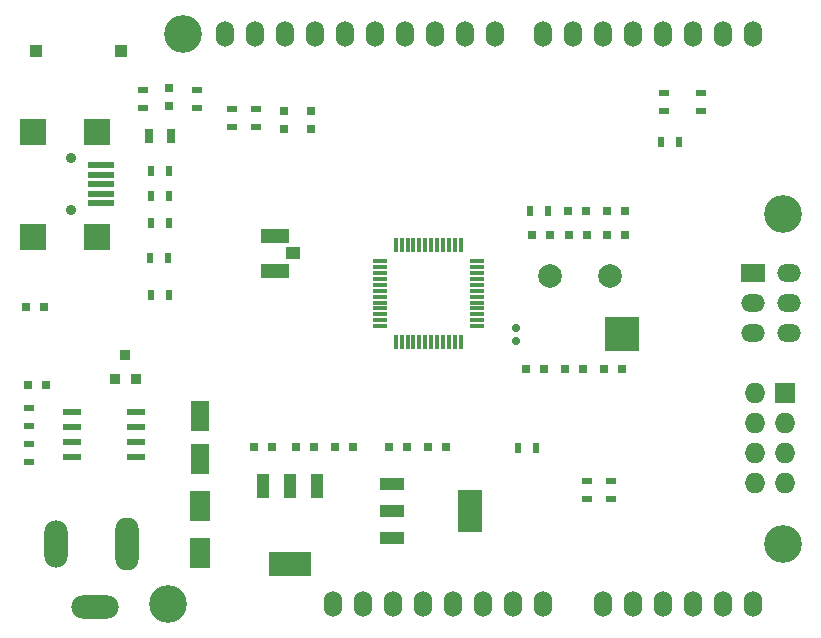
<source format=gbr>
G04 CAM350 V9.5.1 (Build 211) Date:  Fri May 13 20:41:24 2016 *
G04 Database: (Untitled) *
G04 Layer 6: STM32duino-F_Ma *
%FSLAX46Y46*%
%MOMM*%
%SFA1.000B1.000*%

%MIA0B0*%
%IPPOS*%
%ADD11O,1.52400X2.19964*%
%ADD12O,1.52400X2.19710*%
%ADD13O,4.00050X1.99898*%
%ADD14O,1.99898X4.00050*%
%ADD15O,1.99898X4.50088*%
%ADD16C,1.99898*%
%ADD17C,0.70000*%
%ADD18R,1.99898X1.52400*%
%ADD19O,1.99898X1.52400*%
%ADD71C,3.19786*%
%ADD20R,1.72720X1.72720*%
%ADD21O,1.72720X1.72720*%
%ADD26C,0.89916*%
%ADD29R,0.80000X0.75000*%
%ADD72R,0.75000X0.80000*%
%ADD73R,1.80086X2.49936*%
%ADD30R,0.79756X0.79756*%
%ADD31R,0.50000X0.90000*%
%ADD32R,0.91440X0.91440*%
%ADD33R,0.90000X0.50000*%
%ADD34R,1.00076X1.00076*%
%ADD35R,3.65760X2.03200*%
%ADD36R,1.01600X2.03200*%
%ADD37R,2.03200X3.65760*%
%ADD38R,2.03200X1.01600*%
%ADD39R,1.30048X0.29972*%
%ADD40R,0.29972X1.30048*%
%ADD43R,1.55000X0.60000*%
%ADD44R,3.00000X3.00000*%
%ADD45R,1.60020X2.60096*%
%ADD46R,0.70000X1.30000*%
%ADD47R,2.19710X2.19710*%
%ADD48R,2.19710X0.49784*%
%ADD49R,2.34000X1.19000*%
%ADD50R,1.19000X1.14000*%
%LNSTM32duino-F_Ma*%
%LPD*%
G54D11*
X143421100Y-129133600D03*
X145961100D03*
X148501100D03*
X151041100D03*
X153581100D03*
X156121100D03*
X158661100D03*
X161201100D03*
X166281100D03*
X168821100D03*
X171361100D03*
X173901100D03*
X176441100D03*
X178981100D03*
G54D71*
X129451100D03*
X181521100Y-124053600D03*
G54D12*
X178981100Y-80873600D03*
X176441100D03*
X173901100D03*
X171361100D03*
X168821100D03*
X166281100D03*
X163741100D03*
X161201100D03*
X157137100D03*
X154597100D03*
X152057100D03*
X149517100D03*
X146977100D03*
X144437100D03*
X141897100D03*
X139359640D03*
G54D71*
X130721100D03*
G54D12*
X136817100D03*
X134277100D03*
G54D71*
X181521100Y-96113600D03*
G54D29*
X166636000Y-95885000D03*
X168136000D03*
X159778000Y-109220000D03*
X161278000D03*
X164834000Y-95885000D03*
X163334000D03*
G54D72*
X139319000Y-87388000D03*
Y-88888000D03*
X129540000Y-85483000D03*
Y-86983000D03*
G54D29*
X160286000Y-97917000D03*
X161786000D03*
G54D72*
X141605000Y-87388000D03*
Y-88888000D03*
G54D29*
X149721000Y-115824000D03*
X148221000D03*
X138291000D03*
X136791000D03*
X145149000D03*
X143649000D03*
X166636000Y-97917000D03*
X168136000D03*
X164961000D03*
X163461000D03*
X164580000Y-109220000D03*
X163080000D03*
X166382000D03*
X167882000D03*
X140347000Y-115824000D03*
X141847000D03*
G54D73*
X132207000Y-120810020D03*
Y-124807980D03*
G54D30*
X117487700Y-104013000D03*
X118986300D03*
G54D13*
X123261120Y-129379980D03*
G54D14*
X120009920Y-124079000D03*
G54D15*
X126011940D03*
G54D31*
X161659000Y-95885000D03*
X160159000D03*
G54D32*
X126746000Y-110109000D03*
X124968000D03*
X125857000Y-108077000D03*
G54D33*
X127381000Y-87110000D03*
Y-85610000D03*
X131953000Y-87110000D03*
Y-85610000D03*
G54D31*
X160643000Y-115951000D03*
X159143000D03*
G54D33*
X164973000Y-118757000D03*
Y-120257000D03*
X167005000Y-118757000D03*
Y-120257000D03*
X117729000Y-117082000D03*
Y-115582000D03*
G54D31*
X128028000Y-94615000D03*
X129528000D03*
X128028000Y-92456000D03*
X129528000D03*
X128028000Y-96901000D03*
X129528000D03*
X129477200Y-99872800D03*
X127977200D03*
X128028000Y-102997000D03*
X129528000D03*
G54D33*
X117729000Y-114034000D03*
Y-112534000D03*
X134874000Y-88761000D03*
Y-87261000D03*
X136906000Y-88761000D03*
Y-87261000D03*
G54D31*
X171208000Y-90043000D03*
X172708000D03*
G54D34*
X118320820Y-82296000D03*
X125519180D03*
G54D35*
X139827000Y-125730000D03*
G54D36*
Y-119126000D03*
X137541000D03*
X142113000D03*
G54D37*
X155067000Y-121285000D03*
G54D38*
X148463000D03*
Y-123571000D03*
Y-118999000D03*
G54D39*
X155610560Y-104119680D03*
Y-103619300D03*
Y-103118920D03*
Y-102621080D03*
Y-102120700D03*
Y-105620820D03*
Y-105120440D03*
Y-104620060D03*
G54D40*
X154261820Y-98770440D03*
X153761440D03*
X153261060D03*
X152760680D03*
X152260300D03*
X151759920D03*
X151262080D03*
X150761700D03*
G54D39*
X147411440Y-100119180D03*
Y-100619560D03*
Y-101119940D03*
Y-101620320D03*
Y-102120700D03*
Y-102621080D03*
Y-103118920D03*
Y-103619300D03*
G54D40*
X148760180Y-106969560D03*
X149260560D03*
X149760940D03*
X150261320D03*
X150761700D03*
X151262080D03*
X151759920D03*
X152260300D03*
G54D39*
X155610560Y-101620320D03*
Y-101119940D03*
Y-100619560D03*
Y-100119180D03*
G54D40*
X150261320Y-98770440D03*
X149760940D03*
X149260560D03*
X148760180D03*
G54D39*
X147411440Y-104119680D03*
Y-104620060D03*
Y-105120440D03*
Y-105620820D03*
G54D40*
X152760680Y-106969560D03*
X153261060D03*
X153761440D03*
X154261820D03*
G54D49*
X138557000Y-100916000D03*
Y-97966000D03*
G54D50*
X140082000Y-99441000D03*
G54D43*
X121379000Y-112903000D03*
Y-114173000D03*
Y-115443000D03*
Y-116713000D03*
X126779000D03*
Y-115443000D03*
Y-114173000D03*
Y-112903000D03*
G54D16*
X166878000Y-101346000D03*
X161798000D03*
G54D17*
X158922000Y-106849000D03*
Y-105749000D03*
G54D44*
X167922000Y-106299000D03*
G54D18*
X179011580Y-101155500D03*
G54D19*
X182049420D03*
X179011580Y-103695500D03*
X182049420D03*
X179011580Y-106235500D03*
X182049420D03*
G54D45*
X132207000Y-113261140D03*
Y-116862860D03*
G54D20*
X181737000Y-111252000D03*
G54D21*
X179197000D03*
X181737000Y-113792000D03*
X179197000D03*
X181737000Y-116332000D03*
X179197000D03*
X181737000Y-118872000D03*
X179197000D03*
G54D29*
X119114000Y-110617000D03*
X117614000D03*
X151523000Y-115824000D03*
X153023000D03*
G54D46*
X127828000Y-89535000D03*
X129728000D03*
G54D47*
X123507500Y-98028760D03*
G54D48*
X123786900Y-92001340D03*
Y-92801440D03*
Y-93599000D03*
Y-94396560D03*
Y-95196660D03*
G54D26*
X121259600Y-91401900D03*
Y-95798640D03*
G54D47*
X123507500Y-89169240D03*
X118008400D03*
Y-98028760D03*
G54D33*
X174625000Y-85864000D03*
Y-87364000D03*
X171450000Y-85864000D03*
Y-87364000D03*
M02*

</source>
